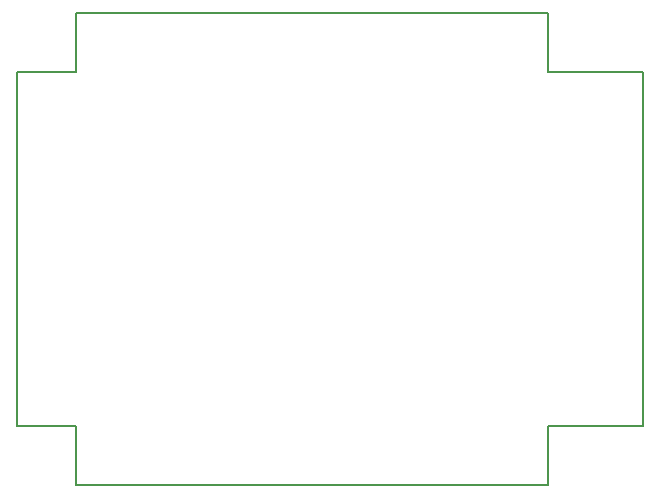
<source format=gm1>
G04 #@! TF.GenerationSoftware,KiCad,Pcbnew,(5.1.9)-1*
G04 #@! TF.CreationDate,2021-02-21T14:12:26-05:00*
G04 #@! TF.ProjectId,Dash_Warning_Panel,44617368-5f57-4617-926e-696e675f5061,rev?*
G04 #@! TF.SameCoordinates,Original*
G04 #@! TF.FileFunction,Profile,NP*
%FSLAX46Y46*%
G04 Gerber Fmt 4.6, Leading zero omitted, Abs format (unit mm)*
G04 Created by KiCad (PCBNEW (5.1.9)-1) date 2021-02-21 14:12:26*
%MOMM*%
%LPD*%
G01*
G04 APERTURE LIST*
G04 #@! TA.AperFunction,Profile*
%ADD10C,0.150000*%
G04 #@! TD*
G04 APERTURE END LIST*
D10*
X222000000Y-143000000D02*
X214000000Y-143000000D01*
X222000000Y-113000000D02*
X222000000Y-143000000D01*
X174000000Y-143000000D02*
X174000000Y-148000000D01*
X169000000Y-143000000D02*
X174000000Y-143000000D01*
X169000000Y-113000000D02*
X169000000Y-143000000D01*
X174000000Y-113000000D02*
X169000000Y-113000000D01*
X174000000Y-108000000D02*
X174000000Y-113000000D01*
X214000000Y-108000000D02*
X174000000Y-108000000D01*
X214000000Y-113000000D02*
X214000000Y-108000000D01*
X222000000Y-113000000D02*
X214000000Y-113000000D01*
X214000000Y-148000000D02*
X214000000Y-143000000D01*
X214000000Y-148000000D02*
X174000000Y-148000000D01*
M02*

</source>
